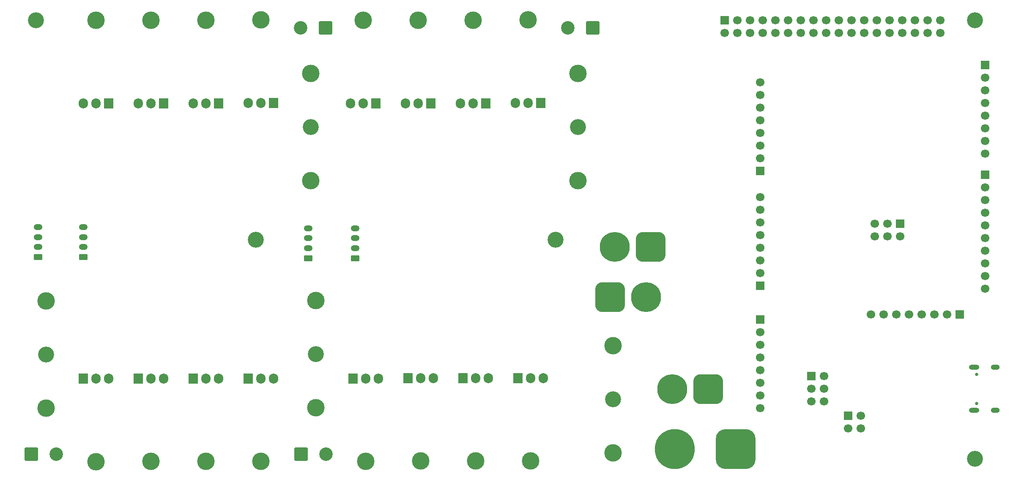
<source format=gbr>
%TF.GenerationSoftware,KiCad,Pcbnew,9.0.1*%
%TF.CreationDate,2025-04-06T02:54:57+02:00*%
%TF.ProjectId,controller_mainboard,636f6e74-726f-46c6-9c65-725f6d61696e,rev?*%
%TF.SameCoordinates,Original*%
%TF.FileFunction,Soldermask,Bot*%
%TF.FilePolarity,Negative*%
%FSLAX46Y46*%
G04 Gerber Fmt 4.6, Leading zero omitted, Abs format (unit mm)*
G04 Created by KiCad (PCBNEW 9.0.1) date 2025-04-06 02:54:57*
%MOMM*%
%LPD*%
G01*
G04 APERTURE LIST*
G04 Aperture macros list*
%AMRoundRect*
0 Rectangle with rounded corners*
0 $1 Rounding radius*
0 $2 $3 $4 $5 $6 $7 $8 $9 X,Y pos of 4 corners*
0 Add a 4 corners polygon primitive as box body*
4,1,4,$2,$3,$4,$5,$6,$7,$8,$9,$2,$3,0*
0 Add four circle primitives for the rounded corners*
1,1,$1+$1,$2,$3*
1,1,$1+$1,$4,$5*
1,1,$1+$1,$6,$7*
1,1,$1+$1,$8,$9*
0 Add four rect primitives between the rounded corners*
20,1,$1+$1,$2,$3,$4,$5,0*
20,1,$1+$1,$4,$5,$6,$7,0*
20,1,$1+$1,$6,$7,$8,$9,0*
20,1,$1+$1,$8,$9,$2,$3,0*%
G04 Aperture macros list end*
%ADD10R,1.700000X1.700000*%
%ADD11C,1.700000*%
%ADD12C,3.200000*%
%ADD13C,3.500000*%
%ADD14RoundRect,0.250001X-1.099999X-1.099999X1.099999X-1.099999X1.099999X1.099999X-1.099999X1.099999X0*%
%ADD15C,2.700000*%
%ADD16RoundRect,1.500000X-1.500000X-1.500000X1.500000X-1.500000X1.500000X1.500000X-1.500000X1.500000X0*%
%ADD17C,6.000000*%
%ADD18RoundRect,0.250000X0.625000X-0.350000X0.625000X0.350000X-0.625000X0.350000X-0.625000X-0.350000X0*%
%ADD19O,1.750000X1.200000*%
%ADD20RoundRect,0.250001X1.099999X1.099999X-1.099999X1.099999X-1.099999X-1.099999X1.099999X-1.099999X0*%
%ADD21RoundRect,1.500000X1.500000X1.500000X-1.500000X1.500000X-1.500000X-1.500000X1.500000X-1.500000X0*%
%ADD22RoundRect,2.000000X2.000000X2.000000X-2.000000X2.000000X-2.000000X-2.000000X2.000000X-2.000000X0*%
%ADD23C,8.000000*%
%ADD24C,0.650000*%
%ADD25O,2.100000X1.000000*%
%ADD26O,1.800000X1.000000*%
%ADD27R,1.905000X2.000000*%
%ADD28O,1.905000X2.000000*%
G04 APERTURE END LIST*
D10*
%TO.C,J6*%
X205000000Y-96240000D03*
D11*
X205000000Y-93700000D03*
X205000000Y-91160000D03*
X205000000Y-88620000D03*
X205000000Y-86080000D03*
X205000000Y-83540000D03*
X205000000Y-81000000D03*
X205000000Y-78460000D03*
%TD*%
D10*
%TO.C,J16*%
X233000000Y-106800000D03*
D11*
X233000000Y-109340000D03*
X230460000Y-106800000D03*
X230460000Y-109340000D03*
X227920000Y-106800000D03*
X227920000Y-109340000D03*
%TD*%
D10*
%TO.C,J19*%
X215200000Y-137375000D03*
D11*
X217740000Y-137375000D03*
X215200000Y-139915000D03*
X217740000Y-139915000D03*
X215200000Y-142455000D03*
X217740000Y-142455000D03*
%TD*%
D12*
%TO.C,F2*%
X116000000Y-133000000D03*
D13*
X116000000Y-143750000D03*
X116000000Y-122250000D03*
%TD*%
D12*
%TO.C,F4*%
X115000000Y-87430000D03*
D13*
X115000000Y-76680000D03*
X115000000Y-98180000D03*
%TD*%
D14*
%TO.C,J12*%
X59000000Y-153000000D03*
D15*
X64000000Y-153000000D03*
%TD*%
D12*
%TO.C,F1*%
X175500000Y-142000000D03*
D13*
X175500000Y-131250000D03*
X175500000Y-152750000D03*
%TD*%
D16*
%TO.C,J25*%
X174900000Y-121500000D03*
D17*
X182100000Y-121500000D03*
%TD*%
D18*
%TO.C,J22*%
X69450000Y-113500000D03*
D19*
X69450000Y-111500000D03*
X69450000Y-109500000D03*
X69450000Y-107500000D03*
%TD*%
D10*
%TO.C,J5*%
X205000000Y-119240000D03*
D11*
X205000000Y-116700000D03*
X205000000Y-114160000D03*
X205000000Y-111620000D03*
X205000000Y-109080000D03*
X205000000Y-106540000D03*
X205000000Y-104000000D03*
X205000000Y-101460000D03*
%TD*%
D20*
%TO.C,J13*%
X118000000Y-67500000D03*
D15*
X113000000Y-67500000D03*
%TD*%
D12*
%TO.C,H1*%
X60000000Y-66000000D03*
%TD*%
%TO.C,F3*%
X62000000Y-133070000D03*
D13*
X62000000Y-143820000D03*
X62000000Y-122320000D03*
%TD*%
D10*
%TO.C,J9*%
X245000000Y-125000000D03*
D11*
X242460000Y-125000000D03*
X239920000Y-125000000D03*
X237380000Y-125000000D03*
X234840000Y-125000000D03*
X232300000Y-125000000D03*
X229760000Y-125000000D03*
X227220000Y-125000000D03*
%TD*%
D12*
%TO.C,H3*%
X248000000Y-66000000D03*
%TD*%
D21*
%TO.C,J2*%
X194600000Y-140000000D03*
D17*
X187400000Y-140000000D03*
%TD*%
D12*
%TO.C,H4*%
X164000000Y-110000000D03*
%TD*%
D10*
%TO.C,J8*%
X250000000Y-97000000D03*
D11*
X250000000Y-99540000D03*
X250000000Y-102080000D03*
X250000000Y-104620000D03*
X250000000Y-107160000D03*
X250000000Y-109700000D03*
X250000000Y-112240000D03*
X250000000Y-114780000D03*
X250000000Y-117320000D03*
X250000000Y-119860000D03*
%TD*%
D18*
%TO.C,J21*%
X114500000Y-113725000D03*
D19*
X114500000Y-111725000D03*
X114500000Y-109725000D03*
X114500000Y-107725000D03*
%TD*%
D12*
%TO.C,H2*%
X248000000Y-154000000D03*
%TD*%
D18*
%TO.C,J23*%
X60400000Y-113500000D03*
D19*
X60400000Y-111500000D03*
X60400000Y-109500000D03*
X60400000Y-107500000D03*
%TD*%
D22*
%TO.C,J1*%
X200100000Y-152000000D03*
D23*
X187900000Y-152000000D03*
%TD*%
D20*
%TO.C,J14*%
X171500000Y-67500000D03*
D15*
X166500000Y-67500000D03*
%TD*%
D10*
%TO.C,J4*%
X205000000Y-126000000D03*
D11*
X205000000Y-128540000D03*
X205000000Y-131080000D03*
X205000000Y-133620000D03*
X205000000Y-136160000D03*
X205000000Y-138700000D03*
X205000000Y-141240000D03*
X205000000Y-143780000D03*
%TD*%
D24*
%TO.C,J3*%
X248375000Y-142840000D03*
X248375000Y-137060000D03*
D25*
X247875000Y-144270000D03*
D26*
X252055000Y-144270000D03*
D25*
X247875000Y-135630000D03*
D26*
X252055000Y-135630000D03*
%TD*%
D10*
%TO.C,J7*%
X197900000Y-66000000D03*
D11*
X197900000Y-68540000D03*
X200440000Y-66000000D03*
X200440000Y-68540000D03*
X202980000Y-66000000D03*
X202980000Y-68540000D03*
X205520000Y-66000000D03*
X205520000Y-68540000D03*
X208060000Y-66000000D03*
X208060000Y-68540000D03*
X210600000Y-66000000D03*
X210600000Y-68540000D03*
X213140000Y-66000000D03*
X213140000Y-68540000D03*
X215680000Y-66000000D03*
X215680000Y-68540000D03*
X218220000Y-66000000D03*
X218220000Y-68540000D03*
X220760000Y-66000000D03*
X220760000Y-68540000D03*
X223300000Y-66000000D03*
X223300000Y-68540000D03*
X225840000Y-66000000D03*
X225840000Y-68540000D03*
X228380000Y-66000000D03*
X228380000Y-68540000D03*
X230920000Y-66000000D03*
X230920000Y-68540000D03*
X233460000Y-66000000D03*
X233460000Y-68540000D03*
X236000000Y-66000000D03*
X236000000Y-68540000D03*
X238540000Y-66000000D03*
X238540000Y-68540000D03*
X241080000Y-66000000D03*
X241080000Y-68540000D03*
%TD*%
D12*
%TO.C,F5*%
X168500000Y-87430000D03*
D13*
X168500000Y-76680000D03*
X168500000Y-98180000D03*
%TD*%
D10*
%TO.C,J10*%
X250000000Y-75000000D03*
D11*
X250000000Y-77540000D03*
X250000000Y-80080000D03*
X250000000Y-82620000D03*
X250000000Y-85160000D03*
X250000000Y-87700000D03*
X250000000Y-90240000D03*
X250000000Y-92780000D03*
%TD*%
D14*
%TO.C,J11*%
X113022500Y-153050000D03*
D15*
X118022500Y-153050000D03*
%TD*%
D12*
%TO.C,H5*%
X104000000Y-110000000D03*
%TD*%
D21*
%TO.C,J24*%
X183100000Y-111500000D03*
D17*
X175900000Y-111500000D03*
%TD*%
D18*
%TO.C,J20*%
X123912500Y-113725000D03*
D19*
X123912500Y-111725000D03*
X123912500Y-109725000D03*
X123912500Y-107725000D03*
%TD*%
D10*
%TO.C,J18*%
X222600000Y-145300000D03*
D11*
X225140000Y-145300000D03*
X222600000Y-147840000D03*
X225140000Y-147840000D03*
%TD*%
D13*
%TO.C,Q9*%
X94000000Y-154500000D03*
D27*
X91460000Y-137840000D03*
D28*
X94000000Y-137840000D03*
X96540000Y-137840000D03*
%TD*%
D13*
%TO.C,Q4*%
X137000000Y-154430000D03*
D27*
X134460000Y-137770000D03*
D28*
X137000000Y-137770000D03*
X139540000Y-137770000D03*
%TD*%
D13*
%TO.C,Q8*%
X83000000Y-154500000D03*
D27*
X80460000Y-137840000D03*
D28*
X83000000Y-137840000D03*
X85540000Y-137840000D03*
%TD*%
D13*
%TO.C,Q6*%
X159000000Y-154430000D03*
D27*
X156460000Y-137770000D03*
D28*
X159000000Y-137770000D03*
X161540000Y-137770000D03*
%TD*%
D13*
%TO.C,Q11*%
X105000000Y-65930001D03*
D27*
X107540000Y-82590001D03*
D28*
X105000000Y-82590001D03*
X102460000Y-82590001D03*
%TD*%
D13*
%TO.C,Q14*%
X72000000Y-66000000D03*
D27*
X74540000Y-82660000D03*
D28*
X72000000Y-82660000D03*
X69460000Y-82660000D03*
%TD*%
D13*
%TO.C,Q13*%
X83000000Y-66000000D03*
D27*
X85540000Y-82660000D03*
D28*
X83000000Y-82660000D03*
X80460000Y-82660000D03*
%TD*%
D13*
%TO.C,Q7*%
X72000000Y-154570000D03*
D27*
X69460000Y-137910000D03*
D28*
X72000000Y-137910000D03*
X74540000Y-137910000D03*
%TD*%
D13*
%TO.C,Q15*%
X158500000Y-65930001D03*
D27*
X161040000Y-82590001D03*
D28*
X158500000Y-82590001D03*
X155960000Y-82590001D03*
%TD*%
D13*
%TO.C,Q10*%
X105000000Y-154500000D03*
D27*
X102460000Y-137840000D03*
D28*
X105000000Y-137840000D03*
X107540000Y-137840000D03*
%TD*%
D13*
%TO.C,Q18*%
X125500000Y-66000000D03*
D27*
X128040000Y-82660000D03*
D28*
X125500000Y-82660000D03*
X122960000Y-82660000D03*
%TD*%
D13*
%TO.C,Q3*%
X126000000Y-154500000D03*
D27*
X123460000Y-137840000D03*
D28*
X126000000Y-137840000D03*
X128540000Y-137840000D03*
%TD*%
D13*
%TO.C,Q16*%
X147500000Y-66000000D03*
D27*
X150040000Y-82660000D03*
D28*
X147500000Y-82660000D03*
X144960000Y-82660000D03*
%TD*%
D13*
%TO.C,Q5*%
X148000000Y-154430000D03*
D27*
X145460000Y-137770000D03*
D28*
X148000000Y-137770000D03*
X150540000Y-137770000D03*
%TD*%
D13*
%TO.C,Q12*%
X94000000Y-66000000D03*
D27*
X96540000Y-82660000D03*
D28*
X94000000Y-82660000D03*
X91460000Y-82660000D03*
%TD*%
D13*
%TO.C,Q17*%
X136500000Y-66000000D03*
D27*
X139040000Y-82660000D03*
D28*
X136500000Y-82660000D03*
X133960000Y-82660000D03*
%TD*%
M02*

</source>
